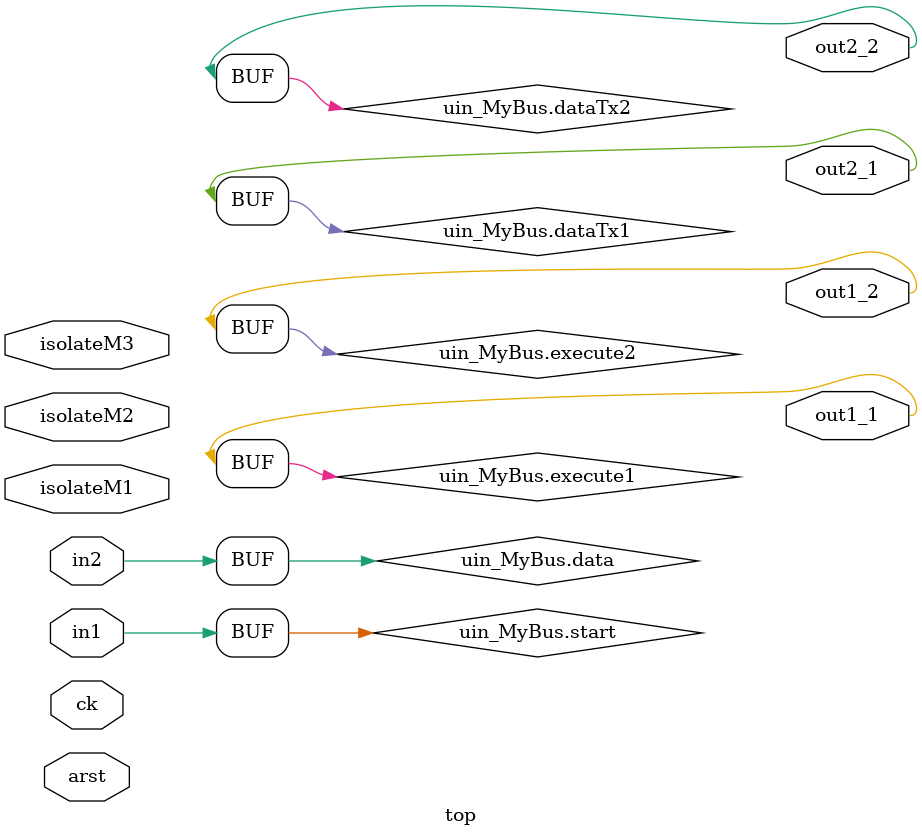
<source format=sv>

module top (
        input  logic    ck,
        input  logic    arst,
        input  logic    in1,
        input  logic    in2,
        input  logic    isolateM1,
        input  logic    isolateM2,
 	input  logic 	isolateM3,

        output logic    out1_1,
	output logic	out1_2,
        output logic    out2_1,
	output logic	out2_2
        );

        /* Interface instantiation */
        in_MyBus uin_MyBus ();


        /* Assign inputs */
        assign uin_MyBus.start   = in1;
        assign uin_MyBus.data    = in2;

        /* Assing outputs */
        assign out1_1 = uin_MyBus.execute1;
        assign out1_2 = uin_MyBus.execute2;
        assign out2_1 = uin_MyBus.dataTx1;
        assign out2_2 = uin_MyBus.dataTx2;

        /* Module instantiation */
        m1 u_m1 (.ck                    (ck),
                 .arst                  (arst),
                 .uin_MyBusS1    (uin_MyBus.Stage1));
        m2 u_m2 (.ck            	(ck),
                 .arst          	(arst),
		 .isolateM1M2		(isolateM1),
                 .uin_MyBusS2    (uin_MyBus.Stage2),
                 .uin_MyBusS3    (uin_MyBus.Stage3));
	m3 u_m3 (.ck            	(ck),
                 .arst          	(arst),
		 .isolateM1M3		(isolateM1),
                 .uin_MyBusS2    (uin_MyBus.Stage2),
                 .uin_MyBusS4    (uin_MyBus.Stage4));
	
endmodule
</source>
